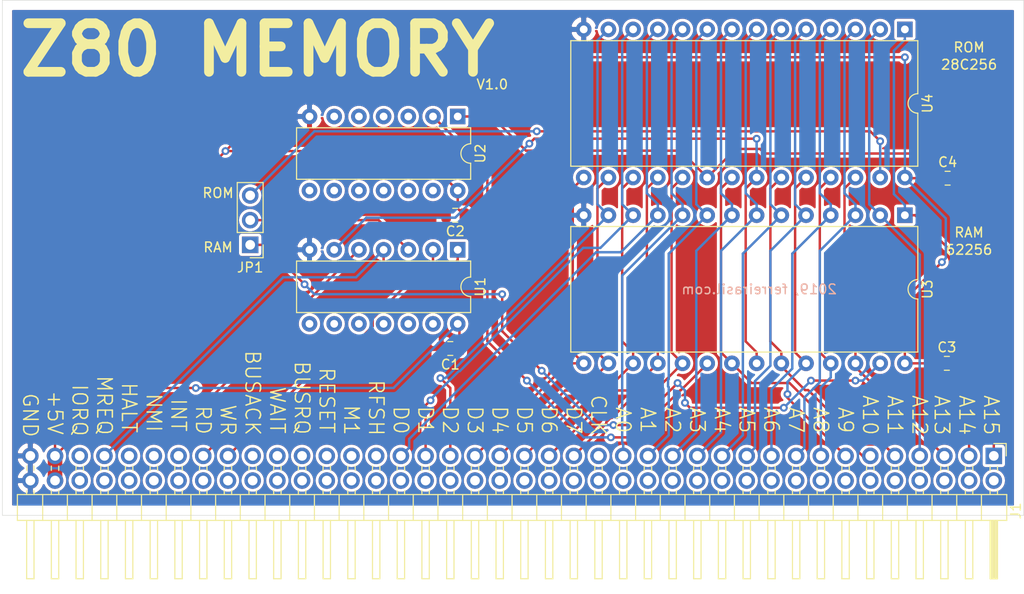
<source format=kicad_pcb>
(kicad_pcb (version 20171130) (host pcbnew 5.1.2)
  (layers (0 F.Cu signal) (31 B.Cu signal) (34 B.Paste user) (35 F.Paste user) (36 B.SilkS user) (37 F.SilkS user) (38 B.Mask user) (39 F.Mask user) (44 Edge.Cuts user))
  (net 0 "")
  (net 1 GND)
  (net 2 +5V)
  (net 3 /A0)
  (net 4 /A1)
  (net 5 /A2)
  (net 6 /A3)
  (net 7 /A4)
  (net 8 /A5)
  (net 9 /A6)
  (net 10 /A7)
  (net 11 /A8)
  (net 12 /A9)
  (net 13 /A10)
  (net 14 /A11)
  (net 15 /A12)
  (net 16 /A13)
  (net 17 /A14)
  (net 18 /A15)
  (net 19 /D0)
  (net 20 /D1)
  (net 21 /D2)
  (net 22 /D3)
  (net 23 /D4)
  (net 24 /D5)
  (net 25 /D6)
  (net 26 /D7)
  (net 27 /RD)
  (net 28 /WR)
  (net 29 /MREQ)
  (net 30 /IORQ)
  (net 31 /NMI)
  (net 32 /INT)
  (net 33 /BUSRQ)
  (net 34 /BUSACK)
  (net 35 /M1)
  (net 36 /RFSH)
  (net 37 /WAIT)
  (net 38 /HALT)
  (net 39 /RESET)
  (net 40 /CLK)
  (net 41 /READ)
  (net 42 /W_RAM)
  (net 43 "Net-(U2-Pad2)")
  (net 44 "Net-(J1-Pad76)")
  (net 45 "Net-(J1-Pad74)")
  (net 46 "Net-(J1-Pad72)")
  (net 47 "Net-(J1-Pad70)")
  (net 48 "Net-(J1-Pad68)")
  (net 49 "Net-(J1-Pad66)")
  (net 50 "Net-(J1-Pad64)")
  (net 51 "Net-(J1-Pad62)")
  (net 52 "Net-(J1-Pad60)")
  (net 53 "Net-(J1-Pad58)")
  (net 54 "Net-(J1-Pad56)")
  (net 55 "Net-(J1-Pad54)")
  (net 56 "Net-(J1-Pad52)")
  (net 57 "Net-(J1-Pad50)")
  (net 58 "Net-(J1-Pad48)")
  (net 59 "Net-(J1-Pad46)")
  (net 60 "Net-(J1-Pad44)")
  (net 61 "Net-(J1-Pad42)")
  (net 62 "Net-(J1-Pad40)")
  (net 63 "Net-(J1-Pad38)")
  (net 64 "Net-(J1-Pad36)")
  (net 65 "Net-(J1-Pad34)")
  (net 66 "Net-(J1-Pad32)")
  (net 67 "Net-(J1-Pad30)")
  (net 68 "Net-(J1-Pad28)")
  (net 69 "Net-(J1-Pad26)")
  (net 70 "Net-(J1-Pad24)")
  (net 71 "Net-(J1-Pad22)")
  (net 72 "Net-(J1-Pad20)")
  (net 73 "Net-(J1-Pad18)")
  (net 74 "Net-(J1-Pad16)")
  (net 75 "Net-(J1-Pad14)")
  (net 76 "Net-(J1-Pad12)")
  (net 77 "Net-(J1-Pad10)")
  (net 78 "Net-(J1-Pad8)")
  (net 79 "Net-(J1-Pad6)")
  (net 80 "Net-(J1-Pad4)")
  (net 81 "Net-(J1-Pad2)")
  (net 82 /W_ROM)
  (net 83 "Net-(JP1-Pad2)")
  (module Connector_PinHeader_2.54mm:PinHeader_1x03_P2.54mm_Vertical (layer F.Cu) (at 125.476 90.17 180)
    (fp_text reference JP1 (at 0 -2.33) (layer F.SilkS))
    (fp_text value Jumper_NC_Dual)
    (pad 3 thru_hole oval (at 0 5.08 180) (size 1.7 1.7) (drill 1) (layers *.Cu *.Mask) (net 82 /W_ROM))
    (pad 2 thru_hole oval (at 0 2.54 180) (size 1.7 1.7) (drill 1) (layers *.Cu *.Mask) (net 83 "Net-(JP1-Pad2)"))
    (pad 1 thru_hole rect (at 0 0 180) (size 1.7 1.7) (drill 1) (layers *.Cu *.Mask) (net 42 /W_RAM))
  )
  (module Capacitor_SMD:C_0805_2012Metric (layer F.Cu) (at 197.1825 83.312)
    (fp_text reference C4 (at 0 -1.65) (layer F.SilkS))
    (fp_text value C)
    (pad 2 smd roundrect (at 0.9375 0) (size 0.975 1.4) (layers F.Cu F.Paste F.Mask) (net 1 GND))
    (pad 1 smd roundrect (at -0.9375 0) (size 0.975 1.4) (layers F.Cu F.Paste F.Mask) (net 2 +5V))
  )
  (module Capacitor_SMD:C_0805_2012Metric (layer F.Cu) (at 197.104 102.362)
    (fp_text reference C3 (at 0 -1.65) (layer F.SilkS))
    (fp_text value C)
    (pad 2 smd roundrect (at 0.9375 0) (size 0.975 1.4) (layers F.Cu F.Paste F.Mask) (net 1 GND))
    (pad 1 smd roundrect (at -0.9375 0) (size 0.975 1.4) (layers F.Cu F.Paste F.Mask) (net 2 +5V))
  )
  (module Package_DIP:DIP-28_W15.24mm (layer F.Cu) (at 192.786 68 270)
    (fp_text reference U4 (at 7.62 -2.33 90) (layer F.SilkS))
    (fp_text value 28C256)
    (pad 28 thru_hole oval (at 15.24 0 270) (size 1.6 1.6) (drill 0.8) (layers *.Cu *.Mask) (net 2 +5V))
    (pad 14 thru_hole oval (at 0 33.02 270) (size 1.6 1.6) (drill 0.8) (layers *.Cu *.Mask) (net 1 GND))
    (pad 27 thru_hole oval (at 15.24 2.54 270) (size 1.6 1.6) (drill 0.8) (layers *.Cu *.Mask) (net 82 /W_ROM))
    (pad 13 thru_hole oval (at 0 30.48 270) (size 1.6 1.6) (drill 0.8) (layers *.Cu *.Mask) (net 21 /D2))
    (pad 26 thru_hole oval (at 15.24 5.08 270) (size 1.6 1.6) (drill 0.8) (layers *.Cu *.Mask) (net 16 /A13))
    (pad 12 thru_hole oval (at 0 27.94 270) (size 1.6 1.6) (drill 0.8) (layers *.Cu *.Mask) (net 20 /D1))
    (pad 25 thru_hole oval (at 15.24 7.62 270) (size 1.6 1.6) (drill 0.8) (layers *.Cu *.Mask) (net 11 /A8))
    (pad 11 thru_hole oval (at 0 25.4 270) (size 1.6 1.6) (drill 0.8) (layers *.Cu *.Mask) (net 19 /D0))
    (pad 24 thru_hole oval (at 15.24 10.16 270) (size 1.6 1.6) (drill 0.8) (layers *.Cu *.Mask) (net 12 /A9))
    (pad 10 thru_hole oval (at 0 22.86 270) (size 1.6 1.6) (drill 0.8) (layers *.Cu *.Mask) (net 3 /A0))
    (pad 23 thru_hole oval (at 15.24 12.7 270) (size 1.6 1.6) (drill 0.8) (layers *.Cu *.Mask) (net 14 /A11))
    (pad 9 thru_hole oval (at 0 20.32 270) (size 1.6 1.6) (drill 0.8) (layers *.Cu *.Mask) (net 4 /A1))
    (pad 22 thru_hole oval (at 15.24 15.24 270) (size 1.6 1.6) (drill 0.8) (layers *.Cu *.Mask) (net 41 /READ))
    (pad 8 thru_hole oval (at 0 17.78 270) (size 1.6 1.6) (drill 0.8) (layers *.Cu *.Mask) (net 5 /A2))
    (pad 21 thru_hole oval (at 15.24 17.78 270) (size 1.6 1.6) (drill 0.8) (layers *.Cu *.Mask) (net 13 /A10))
    (pad 7 thru_hole oval (at 0 15.24 270) (size 1.6 1.6) (drill 0.8) (layers *.Cu *.Mask) (net 6 /A3))
    (pad 20 thru_hole oval (at 15.24 20.32 270) (size 1.6 1.6) (drill 0.8) (layers *.Cu *.Mask) (net 18 /A15))
    (pad 6 thru_hole oval (at 0 12.7 270) (size 1.6 1.6) (drill 0.8) (layers *.Cu *.Mask) (net 7 /A4))
    (pad 19 thru_hole oval (at 15.24 22.86 270) (size 1.6 1.6) (drill 0.8) (layers *.Cu *.Mask) (net 26 /D7))
    (pad 5 thru_hole oval (at 0 10.16 270) (size 1.6 1.6) (drill 0.8) (layers *.Cu *.Mask) (net 8 /A5))
    (pad 18 thru_hole oval (at 15.24 25.4 270) (size 1.6 1.6) (drill 0.8) (layers *.Cu *.Mask) (net 25 /D6))
    (pad 4 thru_hole oval (at 0 7.62 270) (size 1.6 1.6) (drill 0.8) (layers *.Cu *.Mask) (net 9 /A6))
    (pad 17 thru_hole oval (at 15.24 27.94 270) (size 1.6 1.6) (drill 0.8) (layers *.Cu *.Mask) (net 24 /D5))
    (pad 3 thru_hole oval (at 0 5.08 270) (size 1.6 1.6) (drill 0.8) (layers *.Cu *.Mask) (net 10 /A7))
    (pad 16 thru_hole oval (at 15.24 30.48 270) (size 1.6 1.6) (drill 0.8) (layers *.Cu *.Mask) (net 23 /D4))
    (pad 2 thru_hole oval (at 0 2.54 270) (size 1.6 1.6) (drill 0.8) (layers *.Cu *.Mask) (net 15 /A12))
    (pad 15 thru_hole oval (at 15.24 33.02 270) (size 1.6 1.6) (drill 0.8) (layers *.Cu *.Mask) (net 22 /D3))
    (pad 1 thru_hole rect (at 0 0 270) (size 1.6 1.6) (drill 0.8) (layers *.Cu *.Mask) (net 17 /A14))
  )
  (module Package_DIP:DIP-28_W15.24mm (layer F.Cu) (at 192.786 87.122 270)
    (fp_text reference U3 (at 7.62 -2.33 90) (layer F.SilkS))
    (fp_text value 62256)
    (pad 28 thru_hole oval (at 15.24 0 270) (size 1.6 1.6) (drill 0.8) (layers *.Cu *.Mask) (net 2 +5V))
    (pad 14 thru_hole oval (at 0 33.02 270) (size 1.6 1.6) (drill 0.8) (layers *.Cu *.Mask) (net 1 GND))
    (pad 27 thru_hole oval (at 15.24 2.54 270) (size 1.6 1.6) (drill 0.8) (layers *.Cu *.Mask) (net 42 /W_RAM))
    (pad 13 thru_hole oval (at 0 30.48 270) (size 1.6 1.6) (drill 0.8) (layers *.Cu *.Mask) (net 21 /D2))
    (pad 26 thru_hole oval (at 15.24 5.08 270) (size 1.6 1.6) (drill 0.8) (layers *.Cu *.Mask) (net 16 /A13))
    (pad 12 thru_hole oval (at 0 27.94 270) (size 1.6 1.6) (drill 0.8) (layers *.Cu *.Mask) (net 20 /D1))
    (pad 25 thru_hole oval (at 15.24 7.62 270) (size 1.6 1.6) (drill 0.8) (layers *.Cu *.Mask) (net 11 /A8))
    (pad 11 thru_hole oval (at 0 25.4 270) (size 1.6 1.6) (drill 0.8) (layers *.Cu *.Mask) (net 19 /D0))
    (pad 24 thru_hole oval (at 15.24 10.16 270) (size 1.6 1.6) (drill 0.8) (layers *.Cu *.Mask) (net 12 /A9))
    (pad 10 thru_hole oval (at 0 22.86 270) (size 1.6 1.6) (drill 0.8) (layers *.Cu *.Mask) (net 3 /A0))
    (pad 23 thru_hole oval (at 15.24 12.7 270) (size 1.6 1.6) (drill 0.8) (layers *.Cu *.Mask) (net 14 /A11))
    (pad 9 thru_hole oval (at 0 20.32 270) (size 1.6 1.6) (drill 0.8) (layers *.Cu *.Mask) (net 4 /A1))
    (pad 22 thru_hole oval (at 15.24 15.24 270) (size 1.6 1.6) (drill 0.8) (layers *.Cu *.Mask) (net 41 /READ))
    (pad 8 thru_hole oval (at 0 17.78 270) (size 1.6 1.6) (drill 0.8) (layers *.Cu *.Mask) (net 5 /A2))
    (pad 21 thru_hole oval (at 15.24 17.78 270) (size 1.6 1.6) (drill 0.8) (layers *.Cu *.Mask) (net 13 /A10))
    (pad 7 thru_hole oval (at 0 15.24 270) (size 1.6 1.6) (drill 0.8) (layers *.Cu *.Mask) (net 6 /A3))
    (pad 20 thru_hole oval (at 15.24 20.32 270) (size 1.6 1.6) (drill 0.8) (layers *.Cu *.Mask) (net 43 "Net-(U2-Pad2)"))
    (pad 6 thru_hole oval (at 0 12.7 270) (size 1.6 1.6) (drill 0.8) (layers *.Cu *.Mask) (net 7 /A4))
    (pad 19 thru_hole oval (at 15.24 22.86 270) (size 1.6 1.6) (drill 0.8) (layers *.Cu *.Mask) (net 26 /D7))
    (pad 5 thru_hole oval (at 0 10.16 270) (size 1.6 1.6) (drill 0.8) (layers *.Cu *.Mask) (net 8 /A5))
    (pad 18 thru_hole oval (at 15.24 25.4 270) (size 1.6 1.6) (drill 0.8) (layers *.Cu *.Mask) (net 25 /D6))
    (pad 4 thru_hole oval (at 0 7.62 270) (size 1.6 1.6) (drill 0.8) (layers *.Cu *.Mask) (net 9 /A6))
    (pad 17 thru_hole oval (at 15.24 27.94 270) (size 1.6 1.6) (drill 0.8) (layers *.Cu *.Mask) (net 24 /D5))
    (pad 3 thru_hole oval (at 0 5.08 270) (size 1.6 1.6) (drill 0.8) (layers *.Cu *.Mask) (net 10 /A7))
    (pad 16 thru_hole oval (at 15.24 30.48 270) (size 1.6 1.6) (drill 0.8) (layers *.Cu *.Mask) (net 23 /D4))
    (pad 2 thru_hole oval (at 0 2.54 270) (size 1.6 1.6) (drill 0.8) (layers *.Cu *.Mask) (net 15 /A12))
    (pad 15 thru_hole oval (at 15.24 33.02 270) (size 1.6 1.6) (drill 0.8) (layers *.Cu *.Mask) (net 22 /D3))
    (pad 1 thru_hole rect (at 0 0 270) (size 1.6 1.6) (drill 0.8) (layers *.Cu *.Mask) (net 17 /A14))
  )
  (module Package_DIP:DIP-14_W7.62mm (layer F.Cu) (at 146.812 76.962 270)
    (fp_text reference U2 (at 3.81 -2.33 90) (layer F.SilkS))
    (fp_text value 74LS04)
    (pad 14 thru_hole oval (at 7.62 0 270) (size 1.6 1.6) (drill 0.8) (layers *.Cu *.Mask) (net 2 +5V))
    (pad 7 thru_hole oval (at 0 15.24 270) (size 1.6 1.6) (drill 0.8) (layers *.Cu *.Mask) (net 1 GND))
    (pad 13 thru_hole oval (at 7.62 2.54 270) (size 1.6 1.6) (drill 0.8) (layers *.Cu *.Mask))
    (pad 6 thru_hole oval (at 0 12.7 270) (size 1.6 1.6) (drill 0.8) (layers *.Cu *.Mask))
    (pad 12 thru_hole oval (at 7.62 5.08 270) (size 1.6 1.6) (drill 0.8) (layers *.Cu *.Mask))
    (pad 5 thru_hole oval (at 0 10.16 270) (size 1.6 1.6) (drill 0.8) (layers *.Cu *.Mask))
    (pad 11 thru_hole oval (at 7.62 7.62 270) (size 1.6 1.6) (drill 0.8) (layers *.Cu *.Mask))
    (pad 4 thru_hole oval (at 0 7.62 270) (size 1.6 1.6) (drill 0.8) (layers *.Cu *.Mask))
    (pad 10 thru_hole oval (at 7.62 10.16 270) (size 1.6 1.6) (drill 0.8) (layers *.Cu *.Mask))
    (pad 3 thru_hole oval (at 0 5.08 270) (size 1.6 1.6) (drill 0.8) (layers *.Cu *.Mask))
    (pad 9 thru_hole oval (at 7.62 12.7 270) (size 1.6 1.6) (drill 0.8) (layers *.Cu *.Mask))
    (pad 2 thru_hole oval (at 0 2.54 270) (size 1.6 1.6) (drill 0.8) (layers *.Cu *.Mask) (net 43 "Net-(U2-Pad2)"))
    (pad 8 thru_hole oval (at 7.62 15.24 270) (size 1.6 1.6) (drill 0.8) (layers *.Cu *.Mask))
    (pad 1 thru_hole rect (at 0 0 270) (size 1.6 1.6) (drill 0.8) (layers *.Cu *.Mask) (net 18 /A15))
  )
  (module Package_DIP:DIP-14_W7.62mm (layer F.Cu) (at 146.812 90.678 270)
    (fp_text reference U1 (at 3.81 -2.33 90) (layer F.SilkS))
    (fp_text value 74LS32)
    (pad 14 thru_hole oval (at 7.62 0 270) (size 1.6 1.6) (drill 0.8) (layers *.Cu *.Mask) (net 2 +5V))
    (pad 7 thru_hole oval (at 0 15.24 270) (size 1.6 1.6) (drill 0.8) (layers *.Cu *.Mask) (net 1 GND))
    (pad 13 thru_hole oval (at 7.62 2.54 270) (size 1.6 1.6) (drill 0.8) (layers *.Cu *.Mask))
    (pad 6 thru_hole oval (at 0 12.7 270) (size 1.6 1.6) (drill 0.8) (layers *.Cu *.Mask) (net 41 /READ))
    (pad 12 thru_hole oval (at 7.62 5.08 270) (size 1.6 1.6) (drill 0.8) (layers *.Cu *.Mask))
    (pad 5 thru_hole oval (at 0 10.16 270) (size 1.6 1.6) (drill 0.8) (layers *.Cu *.Mask) (net 27 /RD))
    (pad 11 thru_hole oval (at 7.62 7.62 270) (size 1.6 1.6) (drill 0.8) (layers *.Cu *.Mask))
    (pad 4 thru_hole oval (at 0 7.62 270) (size 1.6 1.6) (drill 0.8) (layers *.Cu *.Mask) (net 29 /MREQ))
    (pad 10 thru_hole oval (at 7.62 10.16 270) (size 1.6 1.6) (drill 0.8) (layers *.Cu *.Mask))
    (pad 3 thru_hole oval (at 0 5.08 270) (size 1.6 1.6) (drill 0.8) (layers *.Cu *.Mask) (net 83 "Net-(JP1-Pad2)"))
    (pad 9 thru_hole oval (at 7.62 12.7 270) (size 1.6 1.6) (drill 0.8) (layers *.Cu *.Mask))
    (pad 2 thru_hole oval (at 0 2.54 270) (size 1.6 1.6) (drill 0.8) (layers *.Cu *.Mask) (net 29 /MREQ))
    (pad 8 thru_hole oval (at 7.62 15.24 270) (size 1.6 1.6) (drill 0.8) (layers *.Cu *.Mask))
    (pad 1 thru_hole rect (at 0 0 270) (size 1.6 1.6) (drill 0.8) (layers *.Cu *.Mask) (net 28 /WR))
  )
  (module Capacitor_SMD:C_0805_2012Metric (layer F.Cu) (at 146.558 87.122 180)
    (fp_text reference C2 (at 0 -1.65) (layer F.SilkS))
    (fp_text value C)
    (pad 2 smd roundrect (at 0.9375 0 180) (size 0.975 1.4) (layers F.Cu F.Paste F.Mask) (net 1 GND))
    (pad 1 smd roundrect (at -0.9375 0 180) (size 0.975 1.4) (layers F.Cu F.Paste F.Mask) (net 2 +5V))
  )
  (module Capacitor_SMD:C_0805_2012Metric (layer F.Cu) (at 146.05 100.838 180)
    (fp_text reference C1 (at 0 -1.65) (layer F.SilkS))
    (fp_text value C)
    (pad 2 smd roundrect (at 0.9375 0 180) (size 0.975 1.4) (layers F.Cu F.Paste F.Mask) (net 1 GND))
    (pad 1 smd roundrect (at -0.9375 0 180) (size 0.975 1.4) (layers F.Cu F.Paste F.Mask) (net 2 +5V))
  )
  (module Connector_PinHeader_2.54mm:PinHeader_2x40_P2.54mm_Horizontal (layer F.Cu) (at 201.93 111.887 270)
    (fp_text reference J1 (at 5.655 -2.27 90) (layer F.SilkS))
    (fp_text value Conn_02x40_Odd_Even)
    (pad 80 thru_hole oval (at 2.54 99.06 270) (size 1.7 1.7) (drill 1) (layers *.Cu *.Mask) (net 1 GND))
    (pad 79 thru_hole oval (at 0 99.06 270) (size 1.7 1.7) (drill 1) (layers *.Cu *.Mask) (net 1 GND))
    (pad 78 thru_hole oval (at 2.54 96.52 270) (size 1.7 1.7) (drill 1) (layers *.Cu *.Mask) (net 2 +5V))
    (pad 77 thru_hole oval (at 0 96.52 270) (size 1.7 1.7) (drill 1) (layers *.Cu *.Mask) (net 2 +5V))
    (pad 76 thru_hole oval (at 2.54 93.98 270) (size 1.7 1.7) (drill 1) (layers *.Cu *.Mask) (net 44 "Net-(J1-Pad76)"))
    (pad 75 thru_hole oval (at 0 93.98 270) (size 1.7 1.7) (drill 1) (layers *.Cu *.Mask) (net 30 /IORQ))
    (pad 74 thru_hole oval (at 2.54 91.44 270) (size 1.7 1.7) (drill 1) (layers *.Cu *.Mask) (net 45 "Net-(J1-Pad74)"))
    (pad 73 thru_hole oval (at 0 91.44 270) (size 1.7 1.7) (drill 1) (layers *.Cu *.Mask) (net 29 /MREQ))
    (pad 72 thru_hole oval (at 2.54 88.9 270) (size 1.7 1.7) (drill 1) (layers *.Cu *.Mask) (net 46 "Net-(J1-Pad72)"))
    (pad 71 thru_hole oval (at 0 88.9 270) (size 1.7 1.7) (drill 1) (layers *.Cu *.Mask) (net 38 /HALT))
    (pad 70 thru_hole oval (at 2.54 86.36 270) (size 1.7 1.7) (drill 1) (layers *.Cu *.Mask) (net 47 "Net-(J1-Pad70)"))
    (pad 69 thru_hole oval (at 0 86.36 270) (size 1.7 1.7) (drill 1) (layers *.Cu *.Mask) (net 31 /NMI))
    (pad 68 thru_hole oval (at 2.54 83.82 270) (size 1.7 1.7) (drill 1) (layers *.Cu *.Mask) (net 48 "Net-(J1-Pad68)"))
    (pad 67 thru_hole oval (at 0 83.82 270) (size 1.7 1.7) (drill 1) (layers *.Cu *.Mask) (net 32 /INT))
    (pad 66 thru_hole oval (at 2.54 81.28 270) (size 1.7 1.7) (drill 1) (layers *.Cu *.Mask) (net 49 "Net-(J1-Pad66)"))
    (pad 65 thru_hole oval (at 0 81.28 270) (size 1.7 1.7) (drill 1) (layers *.Cu *.Mask) (net 27 /RD))
    (pad 64 thru_hole oval (at 2.54 78.74 270) (size 1.7 1.7) (drill 1) (layers *.Cu *.Mask) (net 50 "Net-(J1-Pad64)"))
    (pad 63 thru_hole oval (at 0 78.74 270) (size 1.7 1.7) (drill 1) (layers *.Cu *.Mask) (net 28 /WR))
    (pad 62 thru_hole oval (at 2.54 76.2 270) (size 1.7 1.7) (drill 1) (layers *.Cu *.Mask) (net 51 "Net-(J1-Pad62)"))
    (pad 61 thru_hole oval (at 0 76.2 270) (size 1.7 1.7) (drill 1) (layers *.Cu *.Mask) (net 34 /BUSACK))
    (pad 60 thru_hole oval (at 2.54 73.66 270) (size 1.7 1.7) (drill 1) (layers *.Cu *.Mask) (net 52 "Net-(J1-Pad60)"))
    (pad 59 thru_hole oval (at 0 73.66 270) (size 1.7 1.7) (drill 1) (layers *.Cu *.Mask) (net 37 /WAIT))
    (pad 58 thru_hole oval (at 2.54 71.12 270) (size 1.7 1.7) (drill 1) (layers *.Cu *.Mask) (net 53 "Net-(J1-Pad58)"))
    (pad 57 thru_hole oval (at 0 71.12 270) (size 1.7 1.7) (drill 1) (layers *.Cu *.Mask) (net 33 /BUSRQ))
    (pad 56 thru_hole oval (at 2.54 68.58 270) (size 1.7 1.7) (drill 1) (layers *.Cu *.Mask) (net 54 "Net-(J1-Pad56)"))
    (pad 55 thru_hole oval (at 0 68.58 270) (size 1.7 1.7) (drill 1) (layers *.Cu *.Mask) (net 39 /RESET))
    (pad 54 thru_hole oval (at 2.54 66.04 270) (size 1.7 1.7) (drill 1) (layers *.Cu *.Mask) (net 55 "Net-(J1-Pad54)"))
    (pad 53 thru_hole oval (at 0 66.04 270) (size 1.7 1.7) (drill 1) (layers *.Cu *.Mask) (net 35 /M1))
    (pad 52 thru_hole oval (at 2.54 63.5 270) (size 1.7 1.7) (drill 1) (layers *.Cu *.Mask) (net 56 "Net-(J1-Pad52)"))
    (pad 51 thru_hole oval (at 0 63.5 270) (size 1.7 1.7) (drill 1) (layers *.Cu *.Mask) (net 36 /RFSH))
    (pad 50 thru_hole oval (at 2.54 60.96 270) (size 1.7 1.7) (drill 1) (layers *.Cu *.Mask) (net 57 "Net-(J1-Pad50)"))
    (pad 49 thru_hole oval (at 0 60.96 270) (size 1.7 1.7) (drill 1) (layers *.Cu *.Mask) (net 19 /D0))
    (pad 48 thru_hole oval (at 2.54 58.42 270) (size 1.7 1.7) (drill 1) (layers *.Cu *.Mask) (net 58 "Net-(J1-Pad48)"))
    (pad 47 thru_hole oval (at 0 58.42 270) (size 1.7 1.7) (drill 1) (layers *.Cu *.Mask) (net 20 /D1))
    (pad 46 thru_hole oval (at 2.54 55.88 270) (size 1.7 1.7) (drill 1) (layers *.Cu *.Mask) (net 59 "Net-(J1-Pad46)"))
    (pad 45 thru_hole oval (at 0 55.88 270) (size 1.7 1.7) (drill 1) (layers *.Cu *.Mask) (net 21 /D2))
    (pad 44 thru_hole oval (at 2.54 53.34 270) (size 1.7 1.7) (drill 1) (layers *.Cu *.Mask) (net 60 "Net-(J1-Pad44)"))
    (pad 43 thru_hole oval (at 0 53.34 270) (size 1.7 1.7) (drill 1) (layers *.Cu *.Mask) (net 22 /D3))
    (pad 42 thru_hole oval (at 2.54 50.8 270) (size 1.7 1.7) (drill 1) (layers *.Cu *.Mask) (net 61 "Net-(J1-Pad42)"))
    (pad 41 thru_hole oval (at 0 50.8 270) (size 1.7 1.7) (drill 1) (layers *.Cu *.Mask) (net 23 /D4))
    (pad 40 thru_hole oval (at 2.54 48.26 270) (size 1.7 1.7) (drill 1) (layers *.Cu *.Mask) (net 62 "Net-(J1-Pad40)"))
    (pad 39 thru_hole oval (at 0 48.26 270) (size 1.7 1.7) (drill 1) (layers *.Cu *.Mask) (net 24 /D5))
    (pad 38 thru_hole oval (at 2.54 45.72 270) (size 1.7 1.7) (drill 1) (layers *.Cu *.Mask) (net 63 "Net-(J1-Pad38)"))
    (pad 37 thru_hole oval (at 0 45.72 270) (size 1.7 1.7) (drill 1) (layers *.Cu *.Mask) (net 25 /D6))
    (pad 36 thru_hole oval (at 2.54 43.18 270) (size 1.7 1.7) (drill 1) (layers *.Cu *.Mask) (net 64 "Net-(J1-Pad36)"))
    (pad 35 thru_hole oval (at 0 43.18 270) (size 1.7 1.7) (drill 1) (layers *.Cu *.Mask) (net 26 /D7))
    (pad 34 thru_hole oval (at 2.54 40.64 270) (size 1.7 1.7) (drill 1) (layers *.Cu *.Mask) (net 65 "Net-(J1-Pad34)"))
    (pad 33 thru_hole oval (at 0 40.64 270) (size 1.7 1.7) (drill 1) (layers *.Cu *.Mask) (net 40 /CLK))
    (pad 32 thru_hole oval (at 2.54 38.1 270) (size 1.7 1.7) (drill 1) (layers *.Cu *.Mask) (net 66 "Net-(J1-Pad32)"))
    (pad 31 thru_hole oval (at 0 38.1 270) (size 1.7 1.7) (drill 1) (layers *.Cu *.Mask) (net 3 /A0))
    (pad 30 thru_hole oval (at 2.54 35.56 270) (size 1.7 1.7) (drill 1) (layers *.Cu *.Mask) (net 67 "Net-(J1-Pad30)"))
    (pad 29 thru_hole oval (at 0 35.56 270) (size 1.7 1.7) (drill 1) (layers *.Cu *.Mask) (net 4 /A1))
    (pad 28 thru_hole oval (at 2.54 33.02 270) (size 1.7 1.7) (drill 1) (layers *.Cu *.Mask) (net 68 "Net-(J1-Pad28)"))
    (pad 27 thru_hole oval (at 0 33.02 270) (size 1.7 1.7) (drill 1) (layers *.Cu *.Mask) (net 5 /A2))
    (pad 26 thru_hole oval (at 2.54 30.48 270) (size 1.7 1.7) (drill 1) (layers *.Cu *.Mask) (net 69 "Net-(J1-Pad26)"))
    (pad 25 thru_hole oval (at 0 30.48 270) (size 1.7 1.7) (drill 1) (layers *.Cu *.Mask) (net 6 /A3))
    (pad 24 thru_hole oval (at 2.54 27.94 270) (size 1.7 1.7) (drill 1) (layers *.Cu *.Mask) (net 70 "Net-(J1-Pad24)"))
    (pad 23 thru_hole oval (at 0 27.94 270) (size 1.7 1.7) (drill 1) (layers *.Cu *.Mask) (net 7 /A4))
    (pad 22 thru_hole oval (at 2.54 25.4 270) (size 1.7 1.7) (drill 1) (layers *.Cu *.Mask) (net 71 "Net-(J1-Pad22)"))
    (pad 21 thru_hole oval (at 0 25.4 270) (size 1.7 1.7) (drill 1) (layers *.Cu *.Mask) (net 8 /A5))
    (pad 20 thru_hole oval (at 2.54 22.86 270) (size 1.7 1.7) (drill 1) (layers *.Cu *.Mask) (net 72 "Net-(J1-Pad20)"))
    (pad 19 thru_hole oval (at 0 22.86 270) (size 1.7 1.7) (drill 1) (layers *.Cu *.Mask) (net 9 /A6))
    (pad 18 thru_hole oval (at 2.54 20.32 270) (size 1.7 1.7) (drill 1) (layers *.Cu *.Mask) (net 73 "Net-(J1-Pad18)"))
    (pad 17 thru_hole oval (at 0 20.32 270) (size 1.7 1.7) (drill 1) (layers *.Cu *.Mask) (net 10 /A7))
    (pad 16 thru_hole oval (at 2.54 17.78 270) (size 1.7 1.7) (drill 1) (layers *.Cu *.Mask) (net 74 "Net-(J1-Pad16)"))
    (pad 15 thru_hole oval (at 0 17.78 270) (size 1.7 1.7) (drill 1) (layers *.Cu *.Mask) (net 11 /A8))
    (pad 14 thru_hole oval (at 2.54 15.24 270) (size 1.7 1.7) (drill 1) (layers *.Cu *.Mask) (net 75 "Net-(J1-Pad14)"))
    (pad 13 thru_hole oval (at 0 15.24 270) (size 1.7 1.7) (drill 1) (layers *.Cu *.Mask) (net 12 /A9))
    (pad 12 thru_hole oval (at 2.54 12.7 270) (size 1.7 1.7) (drill 1) (layers *.Cu *.Mask) (net 76 "Net-(J1-Pad12)"))
    (pad 11 thru_hole oval (at 0 12.7 270) (size 1.7 1.7) (drill 1) (layers *.Cu *.Mask) (net 13 /A10))
    (pad 10 thru_hole oval (at 2.54 10.16 270) (size 1.7 1.7) (drill 1) (layers *.Cu *.Mask) (net 77 "Net-(J1-Pad10)"))
    (pad 9 thru_hole oval (at 0 10.16 270) (size 1.7 1.7) (drill 1) (layers *.Cu *.Mask) (net 14 /A11))
    (pad 8 thru_hole oval (at 2.54 7.62 270) (size 1.7 1.7) (drill 1) (layers *.Cu *.Mask) (net 78 "Net-(J1-Pad8)"))
    (pad 7 thru_hole oval (at 0 7.62 270) (size 1.7 1.7) (drill 1) (layers *.Cu *.Mask) (net 15 /A12))
    (pad 6 thru_hole oval (at 2.54 5.08 270) (size 1.7 1.7) (drill 1) (layers *.Cu *.Mask) (net 79 "Net-(J1-Pad6)"))
    (pad 5 thru_hole oval (at 0 5.08 270) (size 1.7 1.7) (drill 1) (layers *.Cu *.Mask) (net 16 /A13))
    (pad 4 thru_hole oval (at 2.54 2.54 270) (size 1.7 1.7) (drill 1) (layers *.Cu *.Mask) (net 80 "Net-(J1-Pad4)"))
    (pad 3 thru_hole oval (at 0 2.54 270) (size 1.7 1.7) (drill 1) (layers *.Cu *.Mask) (net 17 /A14))
    (pad 2 thru_hole oval (at 2.54 0 270) (size 1.7 1.7) (drill 1) (layers *.Cu *.Mask) (net 81 "Net-(J1-Pad2)"))
    (pad 1 thru_hole rect (at 0 0 270) (size 1.7 1.7) (drill 1) (layers *.Cu *.Mask) (net 18 /A15))
  )
  (gr_text 62256 (at 199.39 90.678) (layer F.SilkS) (effects (font (size 1 1))))
  (gr_text RAM (at 199.39 88.9) (layer F.SilkS) (effects (font (size 1 1))))
  (gr_text 28C256 (at 199.39 71.628) (layer F.SilkS) (effects (font (size 1 1))))
  (gr_text ROM (at 199.39 69.85) (layer F.SilkS) (effects (font (size 1 1))))
  (gr_text RAM (at 122.174 90.424) (layer F.SilkS) (effects (font (size 1 1))))
  (gr_text ROM (at 122.174 84.836) (layer F.SilkS) (effects (font (size 1 1))))
  (gr_text A9 (at 186.69 108.204 270) (layer F.SilkS) (effects (font (size 1.5 1.5))))
  (gr_text A8 (at 184.15 108.204 270) (layer F.SilkS) (effects (font (size 1.5 1.5))))
  (gr_text A5 (at 176.53 108.204 270) (layer F.SilkS) (effects (font (size 1.5 1.5))))
  (gr_text A10 (at 189.23 107.696 270) (layer F.SilkS) (effects (font (size 1.5 1.5))))
  (gr_text A4 (at 173.99 108.204 270) (layer F.SilkS) (effects (font (size 1.5 1.5))))
  (gr_text A7 (at 181.61 108.204 270) (layer F.SilkS) (effects (font (size 1.5 1.5))))
  (gr_text A1 (at 166.37 108.204 270) (layer F.SilkS) (effects (font (size 1.5 1.5))))
  (gr_text A0 (at 163.83 108.204 270) (layer F.SilkS) (effects (font (size 1.5 1.5))))
  (gr_text D6 (at 156.21 108.204 270) (layer F.SilkS) (effects (font (size 1.5 1.5))))
  (gr_text A3 (at 171.45 108.204 270) (layer F.SilkS) (effects (font (size 1.5 1.5))))
  (gr_text A12 (at 194.31 107.696 270) (layer F.SilkS) (effects (font (size 1.5 1.5))))
  (gr_text A11 (at 191.77 107.696 270) (layer F.SilkS) (effects (font (size 1.5 1.5))))
  (gr_text A13 (at 196.596 107.696 270) (layer F.SilkS) (effects (font (size 1.5 1.5))))
  (gr_text BUSRQ (at 130.81 105.918 270) (layer F.SilkS) (effects (font (size 1.5 1.5))))
  (gr_text INT (at 118.11 107.696 270) (layer F.SilkS) (effects (font (size 1.5 1.5))))
  (gr_text NMI (at 115.57 107.442 270) (layer F.SilkS) (effects (font (size 1.5 1.5))))
  (gr_text CLK (at 161.29 107.696 270) (layer F.SilkS) (effects (font (size 1.5 1.5))))
  (gr_text RD (at 120.65 108.204 270) (layer F.SilkS) (effects (font (size 1.5 1.5))))
  (gr_text WAIT (at 128.27 107.188 270) (layer F.SilkS) (effects (font (size 1.5 1.5))))
  (gr_text D7 (at 158.75 108.204 270) (layer F.SilkS) (effects (font (size 1.5 1.5))))
  (gr_text WR (at 123.19 108.204 270) (layer F.SilkS) (effects (font (size 1.5 1.5))))
  (gr_text A2 (at 168.91 108.204 270) (layer F.SilkS) (effects (font (size 1.5 1.5))))
  (gr_text M1 (at 135.89 108.204 270) (layer F.SilkS) (effects (font (size 1.5 1.5))))
  (gr_text D1 (at 143.51 108.204 270) (layer F.SilkS) (effects (font (size 1.5 1.5))))
  (gr_text RESET (at 133.35 106.172 270) (layer F.SilkS) (effects (font (size 1.5 1.5))))
  (gr_text RFSH (at 138.43 106.934 270) (layer F.SilkS) (effects (font (size 1.5 1.5))))
  (gr_text D3 (at 148.59 108.204 270) (layer F.SilkS) (effects (font (size 1.5 1.5))))
  (gr_text D2 (at 146.05 108.204 270) (layer F.SilkS) (effects (font (size 1.5 1.5))))
  (gr_text D5 (at 153.67 108.204 270) (layer F.SilkS) (effects (font (size 1.5 1.5))))
  (gr_text D0 (at 140.97 108.204 270) (layer F.SilkS) (effects (font (size 1.5 1.5))))
  (gr_text D4 (at 151.13 108.204 270) (layer F.SilkS) (effects (font (size 1.5 1.5))))
  (gr_text HALT (at 113.03 106.934 270) (layer F.SilkS) (effects (font (size 1.5 1.5))))
  (gr_text A6 (at 179.07 108.204 270) (layer F.SilkS) (effects (font (size 1.5 1.5))))
  (gr_text "2019, ferreirasil.com" (at 177.8 94.742) (layer B.SilkS) (effects (font (size 1 1)) (justify mirror)))
  (gr_text BUSACK (at 125.73 105.41 270) (layer F.SilkS) (effects (font (size 1.5 1.5))))
  (gr_text MREQ (at 110.49 106.68 270) (layer F.SilkS) (effects (font (size 1.5 1.5))))
  (gr_text V1.0 (at 150.368 73.66) (layer F.SilkS) (effects (font (size 1 1))))
  (gr_text IORQ (at 107.95 107.188 270) (layer F.SilkS) (effects (font (size 1.5 1.5))))
  (gr_text +5V (at 105.41 107.442 270) (layer F.SilkS) (effects (font (size 1.5 1.5))))
  (gr_text GND (at 102.87 107.696 270) (layer F.SilkS) (effects (font (size 1.5 1.5))))
  (gr_text A14 (at 199.136 107.696 270) (layer F.SilkS) (effects (font (size 1.5 1.5))))
  (gr_text A15 (at 201.676 107.696 270) (layer F.SilkS) (effects (font (size 1.5 1.5))))
  (gr_text "Z80 MEMORY" (at 126.238 70.104) (layer F.SilkS) (effects (font (size 5 5) (thickness 1))))
  (gr_line (start 205 65) (end 100 65) (layer Edge.Cuts) (width 0.05))
  (gr_line (start 205 118) (end 205 65) (layer Edge.Cuts) (width 0.05))
  (gr_line (start 100 118) (end 100 65) (layer Edge.Cuts) (width 0.05))
  (gr_line (start 205 118) (end 100 118) (layer Edge.Cuts) (width 0.05))
  (segment (start 105.41 114.427) (end 105.41 111.887) (width 1.5) (layer F.Cu) (net 2))
  (via (at 196.596 91.948) (size 0.8) (drill 0.4) (layers F.Cu B.Cu) (net 2))
  (segment (start 192.786 102.362) (end 192.786 95.758) (width 0.25) (layer F.Cu) (net 2))
  (segment (start 192.786 95.758) (end 196.596 91.948) (width 0.25) (layer F.Cu) (net 2))
  (segment (start 196.995999 87.449999) (end 193.585999 84.039999) (width 0.25) (layer B.Cu) (net 2))
  (segment (start 196.596 91.948) (end 196.995999 91.548001) (width 0.25) (layer B.Cu) (net 2))
  (segment (start 193.585999 84.039999) (end 192.786 83.24) (width 0.25) (layer B.Cu) (net 2))
  (segment (start 196.995999 91.548001) (end 196.995999 87.449999) (width 0.25) (layer B.Cu) (net 2))
  (via (at 192.786 70.866) (size 0.8) (drill 0.4) (layers F.Cu B.Cu) (net 2))
  (segment (start 192.786 83.24) (end 192.786 70.866) (width 0.25) (layer B.Cu) (net 2))
  (segment (start 192.786 70.866) (end 132.588 70.866) (width 0.25) (layer F.Cu) (net 2))
  (segment (start 105.41 98.044) (end 105.41 111.887) (width 0.25) (layer F.Cu) (net 2))
  (segment (start 192.858 83.312) (end 192.786 83.24) (width 0.25) (layer F.Cu) (net 2))
  (segment (start 196.245 83.312) (end 192.858 83.312) (width 0.25) (layer F.Cu) (net 2))
  (segment (start 146.812 84.582) (end 142.748 80.518) (width 0.25) (layer F.Cu) (net 2))
  (via (at 122.936 80.518) (size 0.8) (drill 0.4) (layers F.Cu B.Cu) (net 2))
  (segment (start 142.748 80.518) (end 122.936 80.518) (width 0.25) (layer F.Cu) (net 2))
  (segment (start 132.588 70.866) (end 122.936 80.518) (width 0.25) (layer F.Cu) (net 2))
  (segment (start 122.936 80.518) (end 105.41 98.044) (width 0.25) (layer F.Cu) (net 2))
  (via (at 119.888 104.902) (size 0.8) (drill 0.4) (layers F.Cu B.Cu) (net 2))
  (segment (start 146.812 98.298) (end 140.208 104.902) (width 0.25) (layer B.Cu) (net 2))
  (segment (start 140.208 104.902) (end 119.888 104.902) (width 0.25) (layer B.Cu) (net 2))
  (segment (start 112.395 104.902) (end 105.41 111.887) (width 0.25) (layer F.Cu) (net 2))
  (segment (start 119.888 104.902) (end 112.395 104.902) (width 0.25) (layer F.Cu) (net 2))
  (segment (start 195.579 102.362) (end 192.786 102.362) (width 0.25) (layer F.Cu) (net 2))
  (segment (start 196.1665 102.362) (end 195.579 102.362) (width 0.25) (layer F.Cu) (net 2))
  (segment (start 146.812 86.4385) (end 147.4955 87.122) (width 0.25) (layer F.Cu) (net 2))
  (segment (start 146.812 84.582) (end 146.812 86.4385) (width 0.25) (layer F.Cu) (net 2))
  (segment (start 146.9875 98.4735) (end 146.812 98.298) (width 0.25) (layer F.Cu) (net 2))
  (segment (start 146.9875 100.838) (end 146.9875 98.4735) (width 0.25) (layer F.Cu) (net 2))
  (segment (start 169.126001 87.921999) (end 169.926 87.122) (width 0.25) (layer B.Cu) (net 3))
  (segment (start 163.720999 93.327001) (end 169.126001 87.921999) (width 0.25) (layer B.Cu) (net 3))
  (segment (start 163.720999 110.575918) (end 163.720999 93.327001) (width 0.25) (layer B.Cu) (net 3))
  (segment (start 163.83 111.887) (end 163.83 110.684919) (width 0.25) (layer B.Cu) (net 3))
  (segment (start 163.83 110.684919) (end 163.720999 110.575918) (width 0.25) (layer B.Cu) (net 3))
  (segment (start 169.126001 68.799999) (end 169.926 68) (width 0.25) (layer B.Cu) (net 3))
  (segment (start 168.800999 69.125001) (end 169.126001 68.799999) (width 0.25) (layer B.Cu) (net 3))
  (segment (start 168.800999 84.865629) (end 168.800999 69.125001) (width 0.25) (layer B.Cu) (net 3))
  (segment (start 169.926 87.122) (end 169.926 85.99063) (width 0.25) (layer B.Cu) (net 3))
  (segment (start 169.926 85.99063) (end 168.800999 84.865629) (width 0.25) (layer B.Cu) (net 3))
  (segment (start 171.666001 68.799999) (end 172.466 68) (width 0.25) (layer B.Cu) (net 4))
  (segment (start 171.340999 69.125001) (end 171.666001 68.799999) (width 0.25) (layer B.Cu) (net 4))
  (segment (start 172.466 87.122) (end 171.340999 85.996999) (width 0.25) (layer B.Cu) (net 4))
  (segment (start 171.340999 85.996999) (end 171.340999 69.125001) (width 0.25) (layer B.Cu) (net 4))
  (segment (start 168.511001 109.745999) (end 168.511001 104.814003) (width 0.25) (layer B.Cu) (net 4))
  (segment (start 171.666001 87.921999) (end 172.466 87.122) (width 0.25) (layer B.Cu) (net 4))
  (segment (start 168.511001 103.973997) (end 168.511001 91.076999) (width 0.25) (layer B.Cu) (net 4))
  (segment (start 168.511001 91.076999) (end 171.666001 87.921999) (width 0.25) (layer B.Cu) (net 4))
  (segment (start 168.511001 104.814003) (end 168.438999 104.742001) (width 0.25) (layer B.Cu) (net 4))
  (segment (start 168.438999 104.045999) (end 168.511001 103.973997) (width 0.25) (layer B.Cu) (net 4))
  (segment (start 166.37 111.887) (end 168.511001 109.745999) (width 0.25) (layer B.Cu) (net 4))
  (segment (start 168.438999 104.742001) (end 168.438999 104.045999) (width 0.25) (layer B.Cu) (net 4))
  (segment (start 174.206001 87.921999) (end 175.006 87.122) (width 0.25) (layer B.Cu) (net 5))
  (segment (start 171.340999 90.787001) (end 174.206001 87.921999) (width 0.25) (layer B.Cu) (net 5))
  (segment (start 168.91 111.887) (end 171.340999 109.456001) (width 0.25) (layer B.Cu) (net 5))
  (segment (start 171.340999 109.456001) (end 171.340999 90.787001) (width 0.25) (layer B.Cu) (net 5))
  (segment (start 173.880999 69.125001) (end 174.206001 68.799999) (width 0.25) (layer B.Cu) (net 5))
  (segment (start 173.880999 84.865629) (end 173.880999 69.125001) (width 0.25) (layer B.Cu) (net 5))
  (segment (start 174.206001 68.799999) (end 175.006 68) (width 0.25) (layer B.Cu) (net 5))
  (segment (start 175.006 87.122) (end 175.006 85.99063) (width 0.25) (layer B.Cu) (net 5))
  (segment (start 175.006 85.99063) (end 173.880999 84.865629) (width 0.25) (layer B.Cu) (net 5))
  (segment (start 173.880999 90.787001) (end 176.746001 87.921999) (width 0.25) (layer B.Cu) (net 6))
  (segment (start 171.45 111.887) (end 173.880999 109.456001) (width 0.25) (layer B.Cu) (net 6))
  (segment (start 176.746001 87.921999) (end 177.546 87.122) (width 0.25) (layer B.Cu) (net 6))
  (segment (start 173.880999 109.456001) (end 173.880999 90.787001) (width 0.25) (layer B.Cu) (net 6))
  (segment (start 176.420999 84.865629) (end 176.420999 69.125001) (width 0.25) (layer B.Cu) (net 6))
  (segment (start 177.546 87.122) (end 177.546 85.99063) (width 0.25) (layer B.Cu) (net 6))
  (segment (start 176.746001 68.799999) (end 177.546 68) (width 0.25) (layer B.Cu) (net 6))
  (segment (start 176.420999 69.125001) (end 176.746001 68.799999) (width 0.25) (layer B.Cu) (net 6))
  (segment (start 177.546 85.99063) (end 176.420999 84.865629) (width 0.25) (layer B.Cu) (net 6))
  (segment (start 179.286001 87.921999) (end 180.086 87.122) (width 0.25) (layer B.Cu) (net 7))
  (segment (start 176.131001 91.076999) (end 179.286001 87.921999) (width 0.25) (layer B.Cu) (net 7))
  (segment (start 173.99 111.887) (end 176.131001 109.745999) (width 0.25) (layer B.Cu) (net 7))
  (segment (start 176.131001 109.745999) (end 176.131001 91.076999) (width 0.25) (layer B.Cu) (net 7))
  (segment (start 178.960999 69.125001) (end 179.286001 68.799999) (width 0.25) (layer B.Cu) (net 7))
  (segment (start 180.086 87.122) (end 178.960999 85.996999) (width 0.25) (layer B.Cu) (net 7))
  (segment (start 179.286001 68.799999) (end 180.086 68) (width 0.25) (layer B.Cu) (net 7))
  (segment (start 178.960999 85.996999) (end 178.960999 69.125001) (width 0.25) (layer B.Cu) (net 7))
  (segment (start 177.379999 111.037001) (end 177.379999 104.193003) (width 0.25) (layer B.Cu) (net 8))
  (segment (start 176.53 111.887) (end 177.379999 111.037001) (width 0.25) (layer B.Cu) (net 8))
  (segment (start 178.960999 102.612003) (end 178.960999 90.787001) (width 0.25) (layer B.Cu) (net 8))
  (segment (start 177.379999 104.193003) (end 178.960999 102.612003) (width 0.25) (layer B.Cu) (net 8))
  (segment (start 181.826001 87.921999) (end 182.626 87.122) (width 0.25) (layer B.Cu) (net 8))
  (segment (start 178.960999 90.787001) (end 181.826001 87.921999) (width 0.25) (layer B.Cu) (net 8))
  (segment (start 181.826001 68.799999) (end 182.626 68) (width 0.25) (layer B.Cu) (net 8))
  (segment (start 181.500999 69.125001) (end 181.826001 68.799999) (width 0.25) (layer B.Cu) (net 8))
  (segment (start 182.626 87.122) (end 181.500999 85.996999) (width 0.25) (layer B.Cu) (net 8))
  (segment (start 181.500999 85.996999) (end 181.500999 69.125001) (width 0.25) (layer B.Cu) (net 8))
  (segment (start 181.211001 91.076999) (end 184.366001 87.921999) (width 0.25) (layer B.Cu) (net 9))
  (segment (start 179.07 111.887) (end 179.07 105.043002) (width 0.25) (layer B.Cu) (net 9))
  (segment (start 184.366001 87.921999) (end 185.166 87.122) (width 0.25) (layer B.Cu) (net 9))
  (segment (start 181.211001 102.902001) (end 181.211001 91.076999) (width 0.25) (layer B.Cu) (net 9))
  (segment (start 179.07 105.043002) (end 181.211001 102.902001) (width 0.25) (layer B.Cu) (net 9))
  (segment (start 184.366001 68.799999) (end 185.166 68) (width 0.25) (layer B.Cu) (net 9))
  (segment (start 184.040999 69.125001) (end 184.366001 68.799999) (width 0.25) (layer B.Cu) (net 9))
  (segment (start 184.040999 84.865629) (end 184.040999 69.125001) (width 0.25) (layer B.Cu) (net 9))
  (segment (start 185.166 87.122) (end 185.166 85.99063) (width 0.25) (layer B.Cu) (net 9))
  (segment (start 185.166 85.99063) (end 184.040999 84.865629) (width 0.25) (layer B.Cu) (net 9))
  (segment (start 186.906001 68.799999) (end 187.706 68) (width 0.25) (layer B.Cu) (net 10))
  (segment (start 186.580999 84.865629) (end 186.580999 69.125001) (width 0.25) (layer B.Cu) (net 10))
  (segment (start 186.580999 69.125001) (end 186.906001 68.799999) (width 0.25) (layer B.Cu) (net 10))
  (segment (start 187.706 87.122) (end 187.706 85.99063) (width 0.25) (layer B.Cu) (net 10))
  (segment (start 187.706 85.99063) (end 186.580999 84.865629) (width 0.25) (layer B.Cu) (net 10))
  (segment (start 182.459999 111.037001) (end 182.459999 105.887005) (width 0.25) (layer B.Cu) (net 10))
  (segment (start 184.040999 104.306005) (end 184.040999 90.787001) (width 0.25) (layer B.Cu) (net 10))
  (segment (start 186.906001 87.921999) (end 187.706 87.122) (width 0.25) (layer B.Cu) (net 10))
  (segment (start 181.61 111.887) (end 182.459999 111.037001) (width 0.25) (layer B.Cu) (net 10))
  (segment (start 182.459999 105.887005) (end 184.040999 104.306005) (width 0.25) (layer B.Cu) (net 10))
  (segment (start 184.040999 90.787001) (end 186.906001 87.921999) (width 0.25) (layer B.Cu) (net 10))
  (segment (start 184.366001 84.039999) (end 185.166 83.24) (width 0.25) (layer F.Cu) (net 11))
  (segment (start 185.166 102.362) (end 184.040999 101.236999) (width 0.25) (layer F.Cu) (net 11))
  (segment (start 184.040999 84.365001) (end 184.366001 84.039999) (width 0.25) (layer F.Cu) (net 11))
  (segment (start 184.040999 101.236999) (end 184.040999 84.365001) (width 0.25) (layer F.Cu) (net 11))
  (segment (start 184.15 111.887) (end 184.15 104.833415) (width 0.25) (layer B.Cu) (net 11))
  (segment (start 184.15 104.833415) (end 185.166 103.817415) (width 0.25) (layer B.Cu) (net 11))
  (segment (start 185.166 103.817415) (end 185.166 102.362) (width 0.25) (layer B.Cu) (net 11))
  (segment (start 181.500999 84.365001) (end 181.826001 84.039999) (width 0.25) (layer F.Cu) (net 12))
  (segment (start 181.826001 84.039999) (end 182.626 83.24) (width 0.25) (layer F.Cu) (net 12))
  (segment (start 182.626 102.362) (end 181.500999 101.236999) (width 0.25) (layer F.Cu) (net 12))
  (segment (start 181.500999 101.236999) (end 181.500999 84.365001) (width 0.25) (layer F.Cu) (net 12))
  (via (at 180.71634 105.53234) (size 0.8) (drill 0.4) (layers F.Cu B.Cu) (net 12))
  (segment (start 186.69 111.887) (end 180.71634 105.91334) (width 0.25) (layer F.Cu) (net 12))
  (segment (start 180.71634 105.91334) (end 180.71634 105.53234) (width 0.25) (layer F.Cu) (net 12))
  (segment (start 180.71634 104.27166) (end 180.71634 105.53234) (width 0.25) (layer B.Cu) (net 12))
  (segment (start 182.626 102.362) (end 180.71634 104.27166) (width 0.25) (layer B.Cu) (net 12))
  (segment (start 175.805999 103.161999) (end 175.006 102.362) (width 0.25) (layer F.Cu) (net 13))
  (segment (start 177.038 104.394) (end 175.805999 103.161999) (width 0.25) (layer F.Cu) (net 13))
  (segment (start 180.936002 104.394) (end 177.038 104.394) (width 0.25) (layer F.Cu) (net 13))
  (segment (start 189.23 111.887) (end 188.429002 111.887) (width 0.25) (layer F.Cu) (net 13))
  (segment (start 188.429002 111.887) (end 180.936002 104.394) (width 0.25) (layer F.Cu) (net 13))
  (segment (start 174.206001 84.039999) (end 175.006 83.24) (width 0.25) (layer F.Cu) (net 13))
  (segment (start 175.006 102.362) (end 173.880999 101.236999) (width 0.25) (layer F.Cu) (net 13))
  (segment (start 173.880999 84.365001) (end 174.206001 84.039999) (width 0.25) (layer F.Cu) (net 13))
  (segment (start 173.880999 101.236999) (end 173.880999 84.365001) (width 0.25) (layer F.Cu) (net 13))
  (segment (start 179.286001 84.039999) (end 180.086 83.24) (width 0.25) (layer F.Cu) (net 14))
  (segment (start 178.960999 84.365001) (end 179.286001 84.039999) (width 0.25) (layer F.Cu) (net 14))
  (segment (start 178.960999 100.105629) (end 178.960999 84.365001) (width 0.25) (layer F.Cu) (net 14))
  (segment (start 180.086 102.362) (end 180.086 101.23063) (width 0.25) (layer F.Cu) (net 14))
  (segment (start 180.086 101.23063) (end 178.960999 100.105629) (width 0.25) (layer F.Cu) (net 14))
  (segment (start 182.531999 105.119001) (end 180.086 102.673002) (width 0.25) (layer F.Cu) (net 14))
  (segment (start 180.086 102.673002) (end 180.086 102.362) (width 0.25) (layer F.Cu) (net 14))
  (segment (start 182.843001 105.119001) (end 182.531999 105.119001) (width 0.25) (layer F.Cu) (net 14))
  (segment (start 188.435999 110.711999) (end 182.843001 105.119001) (width 0.25) (layer F.Cu) (net 14))
  (segment (start 190.594999 110.711999) (end 188.435999 110.711999) (width 0.25) (layer F.Cu) (net 14))
  (segment (start 191.77 111.887) (end 190.594999 110.711999) (width 0.25) (layer F.Cu) (net 14))
  (segment (start 194.31 91.186) (end 190.246 87.122) (width 0.25) (layer B.Cu) (net 15))
  (segment (start 194.31 111.887) (end 194.31 91.186) (width 0.25) (layer B.Cu) (net 15))
  (segment (start 189.446001 68.799999) (end 190.246 68) (width 0.25) (layer B.Cu) (net 15))
  (segment (start 190.246 87.122) (end 189.120999 85.996999) (width 0.25) (layer B.Cu) (net 15))
  (segment (start 189.120999 69.125001) (end 189.446001 68.799999) (width 0.25) (layer B.Cu) (net 15))
  (segment (start 189.120999 85.996999) (end 189.120999 69.125001) (width 0.25) (layer B.Cu) (net 15))
  (segment (start 187.706 102.743) (end 187.706 102.362) (width 0.25) (layer F.Cu) (net 16))
  (segment (start 196.85 111.887) (end 187.706 102.743) (width 0.25) (layer F.Cu) (net 16))
  (segment (start 186.580999 84.365001) (end 186.906001 84.039999) (width 0.25) (layer F.Cu) (net 16))
  (segment (start 186.580999 100.105629) (end 186.580999 84.365001) (width 0.25) (layer F.Cu) (net 16))
  (segment (start 186.906001 84.039999) (end 187.706 83.24) (width 0.25) (layer F.Cu) (net 16))
  (segment (start 187.706 102.362) (end 187.706 101.23063) (width 0.25) (layer F.Cu) (net 16))
  (segment (start 187.706 101.23063) (end 186.580999 100.105629) (width 0.25) (layer F.Cu) (net 16))
  (segment (start 193.836 87.122) (end 192.786 87.122) (width 0.25) (layer F.Cu) (net 17))
  (segment (start 199.39 111.887) (end 199.39 92.676) (width 0.25) (layer F.Cu) (net 17))
  (segment (start 199.39 92.676) (end 193.836 87.122) (width 0.25) (layer F.Cu) (net 17))
  (segment (start 192.786 69.05) (end 192.786 68) (width 0.25) (layer B.Cu) (net 17))
  (segment (start 191.660999 70.175001) (end 192.786 69.05) (width 0.25) (layer B.Cu) (net 17))
  (segment (start 191.660999 84.946999) (end 191.660999 70.175001) (width 0.25) (layer B.Cu) (net 17))
  (segment (start 192.786 87.122) (end 192.786 86.072) (width 0.25) (layer B.Cu) (net 17))
  (segment (start 192.786 86.072) (end 191.660999 84.946999) (width 0.25) (layer B.Cu) (net 17))
  (segment (start 201.809498 111.887) (end 201.93 111.887) (width 0.25) (layer F.Cu) (net 18))
  (segment (start 172.466 83.24) (end 175.405002 80.300998) (width 0.25) (layer F.Cu) (net 18))
  (segment (start 199.136 80.772) (end 201.93 83.566) (width 0.25) (layer F.Cu) (net 18))
  (segment (start 178.365004 80.772) (end 199.136 80.772) (width 0.25) (layer F.Cu) (net 18))
  (segment (start 175.405002 80.300998) (end 177.894002 80.300998) (width 0.25) (layer F.Cu) (net 18))
  (segment (start 201.93 83.566) (end 201.93 111.887) (width 0.25) (layer F.Cu) (net 18))
  (segment (start 177.894002 80.300998) (end 178.365004 80.772) (width 0.25) (layer F.Cu) (net 18))
  (segment (start 153.829998 80.481002) (end 169.707002 80.481002) (width 0.25) (layer F.Cu) (net 18))
  (segment (start 169.707002 80.481002) (end 172.466 83.24) (width 0.25) (layer F.Cu) (net 18))
  (segment (start 150.310996 76.962) (end 153.829998 80.481002) (width 0.25) (layer F.Cu) (net 18))
  (segment (start 146.812 76.962) (end 150.310996 76.962) (width 0.25) (layer F.Cu) (net 18))
  (segment (start 161.036 90.932) (end 163.576 90.932) (width 0.25) (layer B.Cu) (net 19))
  (segment (start 141.819999 110.148001) (end 161.036 90.932) (width 0.25) (layer B.Cu) (net 19))
  (segment (start 163.576 90.932) (end 167.386 87.122) (width 0.25) (layer B.Cu) (net 19))
  (segment (start 141.819999 111.037001) (end 141.819999 110.148001) (width 0.25) (layer B.Cu) (net 19))
  (segment (start 140.97 111.887) (end 141.819999 111.037001) (width 0.25) (layer B.Cu) (net 19))
  (segment (start 166.586001 68.799999) (end 167.386 68) (width 0.25) (layer B.Cu) (net 19))
  (segment (start 166.260999 69.125001) (end 166.586001 68.799999) (width 0.25) (layer B.Cu) (net 19))
  (segment (start 166.260999 84.865629) (end 166.260999 69.125001) (width 0.25) (layer B.Cu) (net 19))
  (segment (start 167.386 87.122) (end 167.386 85.99063) (width 0.25) (layer B.Cu) (net 19))
  (segment (start 167.386 85.99063) (end 166.260999 84.865629) (width 0.25) (layer B.Cu) (net 19))
  (via (at 144.018 106.172) (size 0.8) (drill 0.4) (layers F.Cu B.Cu) (net 20))
  (segment (start 143.51 111.887) (end 143.51 106.68) (width 0.25) (layer F.Cu) (net 20))
  (segment (start 143.51 106.68) (end 144.018 106.172) (width 0.25) (layer F.Cu) (net 20))
  (segment (start 163.720999 69.125001) (end 164.046001 68.799999) (width 0.25) (layer B.Cu) (net 20))
  (segment (start 164.046001 68.799999) (end 164.846 68) (width 0.25) (layer B.Cu) (net 20))
  (segment (start 164.846 87.122) (end 163.720999 85.996999) (width 0.25) (layer B.Cu) (net 20))
  (segment (start 163.720999 85.996999) (end 163.720999 69.125001) (width 0.25) (layer B.Cu) (net 20))
  (segment (start 164.046001 87.921999) (end 164.846 87.122) (width 0.25) (layer B.Cu) (net 20))
  (segment (start 144.018 106.172) (end 144.018 106.073502) (width 0.25) (layer B.Cu) (net 20))
  (segment (start 146.930504 103.160998) (end 147.029002 103.160998) (width 0.25) (layer B.Cu) (net 20))
  (segment (start 144.018 106.073502) (end 146.930504 103.160998) (width 0.25) (layer B.Cu) (net 20))
  (segment (start 147.029002 103.160998) (end 159.708011 90.481989) (width 0.25) (layer B.Cu) (net 20))
  (segment (start 161.486011 90.481989) (end 164.046001 87.921999) (width 0.25) (layer B.Cu) (net 20))
  (segment (start 159.708011 90.481989) (end 161.486011 90.481989) (width 0.25) (layer B.Cu) (net 20))
  (segment (start 161.506001 68.799999) (end 162.306 68) (width 0.25) (layer B.Cu) (net 21))
  (segment (start 161.180999 69.125001) (end 161.506001 68.799999) (width 0.25) (layer B.Cu) (net 21))
  (segment (start 162.306 87.122) (end 161.180999 85.996999) (width 0.25) (layer B.Cu) (net 21))
  (segment (start 161.180999 85.996999) (end 161.180999 69.125001) (width 0.25) (layer B.Cu) (net 21))
  (segment (start 146.05 104.902) (end 145.034 103.886) (width 0.25) (layer F.Cu) (net 21))
  (segment (start 162.306 87.122) (end 145.542 103.886) (width 0.25) (layer B.Cu) (net 21))
  (segment (start 146.05 111.887) (end 146.05 104.902) (width 0.25) (layer F.Cu) (net 21))
  (segment (start 145.542 103.886) (end 145.034 103.886) (width 0.25) (layer B.Cu) (net 21))
  (via (at 145.034 103.886) (size 0.8) (drill 0.4) (layers F.Cu B.Cu) (net 21))
  (segment (start 158.115 102.362) (end 148.59 111.887) (width 0.25) (layer F.Cu) (net 22))
  (segment (start 159.766 102.362) (end 158.115 102.362) (width 0.25) (layer F.Cu) (net 22))
  (segment (start 158.966001 84.039999) (end 159.766 83.24) (width 0.25) (layer F.Cu) (net 22))
  (segment (start 159.766 102.362) (end 158.640999 101.236999) (width 0.25) (layer F.Cu) (net 22))
  (segment (start 158.640999 84.365001) (end 158.966001 84.039999) (width 0.25) (layer F.Cu) (net 22))
  (segment (start 158.640999 101.236999) (end 158.640999 84.365001) (width 0.25) (layer F.Cu) (net 22))
  (segment (start 151.979999 111.037001) (end 151.13 111.887) (width 0.25) (layer F.Cu) (net 23))
  (segment (start 157.861 105.156) (end 151.979999 111.037001) (width 0.25) (layer F.Cu) (net 23))
  (segment (start 162.306 102.362) (end 159.512 105.156) (width 0.25) (layer F.Cu) (net 23))
  (segment (start 159.512 105.156) (end 157.861 105.156) (width 0.25) (layer F.Cu) (net 23))
  (segment (start 161.506001 84.039999) (end 162.306 83.24) (width 0.25) (layer F.Cu) (net 23))
  (segment (start 161.180999 84.365001) (end 161.506001 84.039999) (width 0.25) (layer F.Cu) (net 23))
  (segment (start 162.306 102.362) (end 161.180999 101.236999) (width 0.25) (layer F.Cu) (net 23))
  (segment (start 161.180999 101.236999) (end 161.180999 84.365001) (width 0.25) (layer F.Cu) (net 23))
  (segment (start 154.519999 111.037001) (end 153.67 111.887) (width 0.25) (layer F.Cu) (net 24))
  (segment (start 160.401 105.156) (end 154.519999 111.037001) (width 0.25) (layer F.Cu) (net 24))
  (segment (start 164.846 102.362) (end 162.052 105.156) (width 0.25) (layer F.Cu) (net 24))
  (segment (start 162.052 105.156) (end 160.401 105.156) (width 0.25) (layer F.Cu) (net 24))
  (segment (start 164.046001 84.039999) (end 164.846 83.24) (width 0.25) (layer F.Cu) (net 24))
  (segment (start 163.720999 84.365001) (end 164.046001 84.039999) (width 0.25) (layer F.Cu) (net 24))
  (segment (start 163.720999 100.105629) (end 163.720999 84.365001) (width 0.25) (layer F.Cu) (net 24))
  (segment (start 164.846 102.362) (end 164.846 101.23063) (width 0.25) (layer F.Cu) (net 24))
  (segment (start 164.846 101.23063) (end 163.720999 100.105629) (width 0.25) (layer F.Cu) (net 24))
  (segment (start 157.059999 111.037001) (end 156.21 111.887) (width 0.25) (layer F.Cu) (net 25))
  (segment (start 162.941 105.156) (end 157.059999 111.037001) (width 0.25) (layer F.Cu) (net 25))
  (segment (start 167.386 102.362) (end 164.592 105.156) (width 0.25) (layer F.Cu) (net 25))
  (segment (start 164.592 105.156) (end 162.941 105.156) (width 0.25) (layer F.Cu) (net 25))
  (segment (start 166.586001 84.039999) (end 167.386 83.24) (width 0.25) (layer F.Cu) (net 25))
  (segment (start 166.260999 84.365001) (end 166.586001 84.039999) (width 0.25) (layer F.Cu) (net 25))
  (segment (start 166.260999 100.105629) (end 166.260999 84.365001) (width 0.25) (layer F.Cu) (net 25))
  (segment (start 167.386 102.362) (end 167.386 101.23063) (width 0.25) (layer F.Cu) (net 25))
  (segment (start 167.386 101.23063) (end 166.260999 100.105629) (width 0.25) (layer F.Cu) (net 25))
  (segment (start 169.126001 84.039999) (end 169.926 83.24) (width 0.25) (layer F.Cu) (net 26))
  (segment (start 168.800999 84.365001) (end 169.126001 84.039999) (width 0.25) (layer F.Cu) (net 26))
  (segment (start 169.926 102.362) (end 168.800999 101.236999) (width 0.25) (layer F.Cu) (net 26))
  (segment (start 168.800999 101.236999) (end 168.800999 84.365001) (width 0.25) (layer F.Cu) (net 26))
  (segment (start 162.088999 108.548001) (end 159.599999 111.037001) (width 0.25) (layer F.Cu) (net 26))
  (segment (start 162.088999 108.421001) (end 162.088999 108.548001) (width 0.25) (layer F.Cu) (net 26))
  (segment (start 159.599999 111.037001) (end 158.75 111.887) (width 0.25) (layer F.Cu) (net 26))
  (segment (start 169.926 102.362) (end 167.132 105.156) (width 0.25) (layer F.Cu) (net 26))
  (segment (start 167.132 105.156) (end 165.481 105.156) (width 0.25) (layer F.Cu) (net 26))
  (segment (start 165.481 105.156) (end 162.650001 107.986999) (width 0.25) (layer F.Cu) (net 26))
  (segment (start 162.650001 107.986999) (end 162.523001 107.986999) (width 0.25) (layer F.Cu) (net 26))
  (segment (start 162.523001 107.986999) (end 162.088999 108.421001) (width 0.25) (layer F.Cu) (net 26))
  (segment (start 135.852001 91.477999) (end 136.652 90.678) (width 0.25) (layer F.Cu) (net 27))
  (segment (start 121.499999 105.830001) (end 135.852001 91.477999) (width 0.25) (layer F.Cu) (net 27))
  (segment (start 120.65 111.887) (end 121.499999 111.037001) (width 0.25) (layer F.Cu) (net 27))
  (segment (start 121.499999 111.037001) (end 121.499999 105.830001) (width 0.25) (layer F.Cu) (net 27))
  (segment (start 123.19 111.887) (end 132.461 102.616) (width 0.25) (layer F.Cu) (net 28))
  (segment (start 138.066999 97.757999) (end 141.590998 94.234) (width 0.25) (layer F.Cu) (net 28))
  (segment (start 138.066999 98.548003) (end 138.066999 97.757999) (width 0.25) (layer F.Cu) (net 28))
  (segment (start 132.461 102.616) (end 133.999002 102.616) (width 0.25) (layer F.Cu) (net 28))
  (segment (start 133.999002 102.616) (end 138.066999 98.548003) (width 0.25) (layer F.Cu) (net 28))
  (segment (start 146.812 91.728) (end 146.812 90.678) (width 0.25) (layer F.Cu) (net 28))
  (segment (start 141.590998 94.234) (end 144.306 94.234) (width 0.25) (layer F.Cu) (net 28))
  (segment (start 144.306 94.234) (end 146.812 91.728) (width 0.25) (layer F.Cu) (net 28))
  (segment (start 139.192 91.80937) (end 139.7 92.31737) (width 0.25) (layer F.Cu) (net 29))
  (segment (start 139.192 90.678) (end 139.192 91.80937) (width 0.25) (layer F.Cu) (net 29))
  (segment (start 139.7 92.31737) (end 143.90263 92.31737) (width 0.25) (layer F.Cu) (net 29))
  (segment (start 144.272 91.948) (end 144.272 90.678) (width 0.25) (layer F.Cu) (net 29))
  (segment (start 143.90263 92.31737) (end 144.272 91.948) (width 0.25) (layer F.Cu) (net 29))
  (segment (start 138.392001 91.477999) (end 139.192 90.678) (width 0.25) (layer B.Cu) (net 29))
  (segment (start 128.868002 93.508998) (end 136.361002 93.508998) (width 0.25) (layer B.Cu) (net 29))
  (segment (start 110.49 111.887) (end 128.868002 93.508998) (width 0.25) (layer B.Cu) (net 29))
  (segment (start 136.361002 93.508998) (end 138.392001 91.477999) (width 0.25) (layer B.Cu) (net 29))
  (segment (start 176.746001 84.039999) (end 177.546 83.24) (width 0.25) (layer F.Cu) (net 41))
  (segment (start 176.420999 84.365001) (end 176.746001 84.039999) (width 0.25) (layer F.Cu) (net 41))
  (segment (start 176.420999 100.105629) (end 176.420999 84.365001) (width 0.25) (layer F.Cu) (net 41))
  (segment (start 177.546 102.362) (end 177.546 101.23063) (width 0.25) (layer F.Cu) (net 41))
  (segment (start 177.546 101.23063) (end 176.420999 100.105629) (width 0.25) (layer F.Cu) (net 41))
  (via (at 177.546 79.248) (size 0.8) (drill 0.4) (layers F.Cu B.Cu) (net 41))
  (segment (start 177.546 83.24) (end 177.546 79.248) (width 0.25) (layer B.Cu) (net 41))
  (segment (start 154.686 79.248) (end 154.178 79.756) (width 0.25) (layer F.Cu) (net 41))
  (via (at 154.178 79.756) (size 0.8) (drill 0.4) (layers F.Cu B.Cu) (net 41))
  (segment (start 177.546 79.248) (end 154.686 79.248) (width 0.25) (layer F.Cu) (net 41))
  (segment (start 154.178 79.756) (end 146.558 87.376) (width 0.25) (layer B.Cu) (net 41))
  (segment (start 137.414 87.376) (end 134.112 90.678) (width 0.25) (layer B.Cu) (net 41))
  (segment (start 146.558 87.376) (end 137.414 87.376) (width 0.25) (layer B.Cu) (net 41))
  (via (at 151.384 95.25) (size 0.8) (drill 0.4) (layers F.Cu B.Cu) (net 42))
  (segment (start 146.304 95.25) (end 151.384 95.25) (width 0.25) (layer B.Cu) (net 42))
  (via (at 155.448 103.124) (size 0.8) (drill 0.4) (layers F.Cu B.Cu) (net 42))
  (segment (start 151.384 95.25) (end 151.384 99.06) (width 0.25) (layer F.Cu) (net 42))
  (segment (start 151.384 99.06) (end 155.448 103.124) (width 0.25) (layer F.Cu) (net 42))
  (via (at 169.418 104.394) (size 0.8) (drill 0.4) (layers F.Cu B.Cu) (net 42))
  (via (at 170.18 106.426) (size 0.8) (drill 0.4) (layers F.Cu B.Cu) (net 42))
  (via (at 180.34 106.934) (size 0.8) (drill 0.4) (layers F.Cu B.Cu) (net 42))
  (segment (start 170.18 106.426) (end 170.688 106.934) (width 0.25) (layer F.Cu) (net 42))
  (segment (start 170.688 106.934) (end 180.34 106.934) (width 0.25) (layer F.Cu) (net 42))
  (via (at 183.134 104.14) (size 0.8) (drill 0.4) (layers F.Cu B.Cu) (net 42))
  (segment (start 180.34 106.934) (end 183.134 104.14) (width 0.25) (layer B.Cu) (net 42))
  (via (at 187.706 104.14) (size 0.8) (drill 0.4) (layers F.Cu B.Cu) (net 42))
  (segment (start 183.134 104.14) (end 187.706 104.14) (width 0.25) (layer F.Cu) (net 42))
  (segment (start 188.468 104.14) (end 190.246 102.362) (width 0.25) (layer B.Cu) (net 42))
  (segment (start 187.706 104.14) (end 188.468 104.14) (width 0.25) (layer B.Cu) (net 42))
  (segment (start 170.18 105.156) (end 170.18 106.426) (width 0.25) (layer B.Cu) (net 42))
  (segment (start 169.418 104.394) (end 170.18 105.156) (width 0.25) (layer B.Cu) (net 42))
  (segment (start 155.448 103.124) (end 161.04066 108.71666) (width 0.25) (layer B.Cu) (net 42))
  (segment (start 169.418 104.394) (end 165.09534 108.71666) (width 0.25) (layer F.Cu) (net 42))
  (segment (start 161.04066 108.71666) (end 162.81866 108.71666) (width 0.25) (layer B.Cu) (net 42))
  (segment (start 165.09534 108.71666) (end 162.81866 108.71666) (width 0.25) (layer F.Cu) (net 42))
  (via (at 162.81866 108.71666) (size 0.8) (drill 0.4) (layers F.Cu B.Cu) (net 42))
  (via (at 131.064 94.234) (size 0.8) (drill 0.4) (layers F.Cu B.Cu) (net 42))
  (segment (start 132.08 95.25) (end 131.064 94.234) (width 0.25) (layer B.Cu) (net 42))
  (segment (start 146.304 95.25) (end 132.08 95.25) (width 0.25) (layer B.Cu) (net 42))
  (segment (start 127 90.17) (end 125.476 90.17) (width 0.25) (layer F.Cu) (net 42))
  (segment (start 131.064 94.234) (end 127 90.17) (width 0.25) (layer F.Cu) (net 42))
  (segment (start 144.272 76.962) (end 149.86 82.55) (width 0.25) (layer F.Cu) (net 43))
  (via (at 153.924 104.14) (size 0.8) (drill 0.4) (layers F.Cu B.Cu) (net 43))
  (segment (start 149.86 82.55) (end 149.86 100.076) (width 0.25) (layer F.Cu) (net 43))
  (segment (start 149.86 100.076) (end 153.924 104.14) (width 0.25) (layer F.Cu) (net 43))
  (via (at 162.56 109.982) (size 0.8) (drill 0.4) (layers F.Cu B.Cu) (net 43))
  (segment (start 153.924 104.14) (end 159.766 109.982) (width 0.25) (layer B.Cu) (net 43))
  (segment (start 159.766 109.982) (end 162.56 109.982) (width 0.25) (layer B.Cu) (net 43))
  (segment (start 162.56 109.982) (end 164.846 109.982) (width 0.25) (layer F.Cu) (net 43))
  (segment (start 169.708998 105.119002) (end 169.766002 105.119002) (width 0.25) (layer F.Cu) (net 43))
  (segment (start 172.466 102.419004) (end 172.466 102.362) (width 0.25) (layer F.Cu) (net 43))
  (segment (start 169.766002 105.119002) (end 172.466 102.419004) (width 0.25) (layer F.Cu) (net 43))
  (segment (start 164.846 109.982) (end 169.708998 105.119002) (width 0.25) (layer F.Cu) (net 43))
  (via (at 154.94 78.486) (size 0.8) (drill 0.4) (layers F.Cu B.Cu) (net 82))
  (segment (start 125.476 85.09) (end 132.08 78.486) (width 0.25) (layer B.Cu) (net 82))
  (segment (start 132.08 78.486) (end 154.94 78.486) (width 0.25) (layer B.Cu) (net 82))
  (via (at 190.246 79.502) (size 0.8) (drill 0.4) (layers F.Cu B.Cu) (net 82))
  (segment (start 154.94 78.486) (end 189.23 78.486) (width 0.25) (layer F.Cu) (net 82))
  (segment (start 189.23 78.486) (end 190.246 79.502) (width 0.25) (layer F.Cu) (net 82))
  (segment (start 190.246 79.502) (end 190.246 83.24) (width 0.25) (layer B.Cu) (net 82))
  (segment (start 138.684 87.63) (end 141.732 90.678) (width 0.25) (layer F.Cu) (net 83))
  (segment (start 125.476 87.63) (end 138.684 87.63) (width 0.25) (layer F.Cu) (net 83))
  (zone (net 1) (net_name GND) (layer F.Cu) (connect_pads (clearance 0.3)) (min_thickness 0.2) (fill yes (arc_segments 32) (thermal_gap 0.508) (thermal_bridge_width 0.508))
    (polygon (pts (xy 101 66) (xy 204 66) (xy 204 117) (xy 101 117)))
  )
  (zone (net 1) (net_name GND) (layer B.Cu) (connect_pads (clearance 0.3)) (min_thickness 0.2) (fill yes (arc_segments 32) (thermal_gap 0.508) (thermal_bridge_width 0.508))
    (polygon (pts (xy 101 66) (xy 204 66) (xy 204 117) (xy 101 117)))
  )
)
</source>
